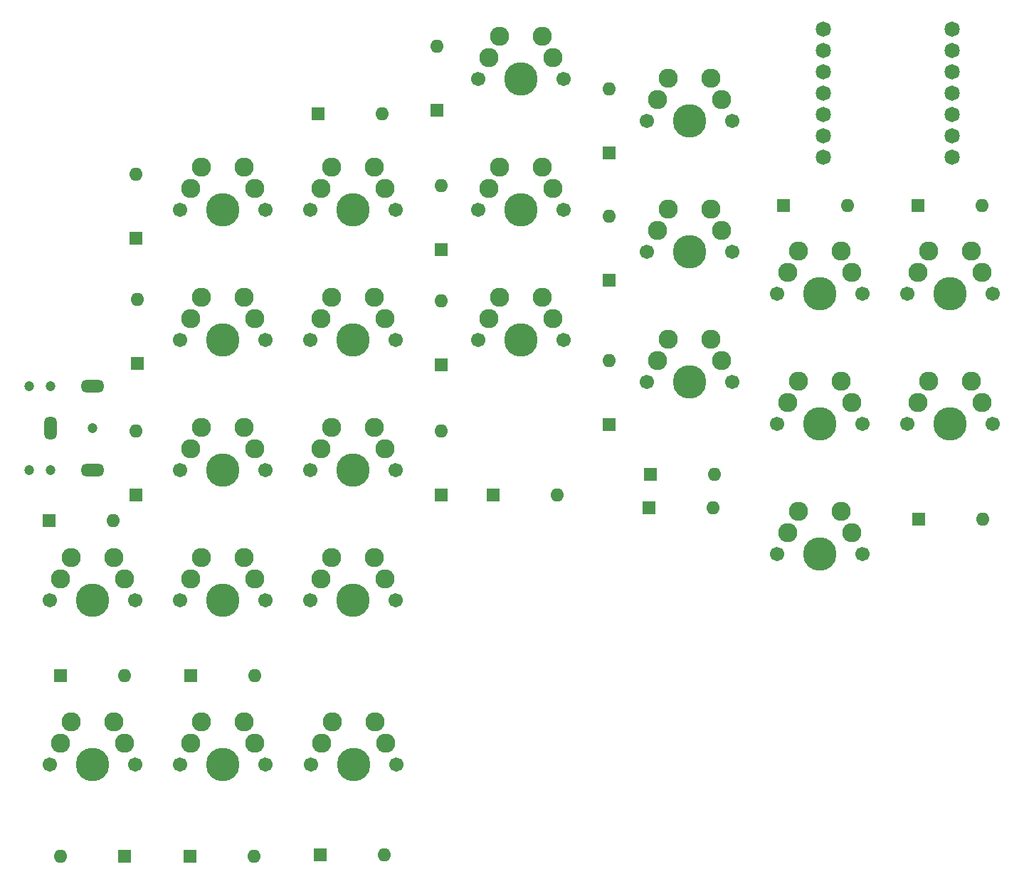
<source format=gbr>
%TF.GenerationSoftware,KiCad,Pcbnew,8.0.1*%
%TF.CreationDate,2024-04-28T21:32:14+02:00*%
%TF.ProjectId,Sword-keyboard,53776f72-642d-46b6-9579-626f6172642e,rev?*%
%TF.SameCoordinates,Original*%
%TF.FileFunction,Soldermask,Top*%
%TF.FilePolarity,Negative*%
%FSLAX46Y46*%
G04 Gerber Fmt 4.6, Leading zero omitted, Abs format (unit mm)*
G04 Created by KiCad (PCBNEW 8.0.1) date 2024-04-28 21:32:14*
%MOMM*%
%LPD*%
G01*
G04 APERTURE LIST*
%ADD10C,1.701800*%
%ADD11C,3.987800*%
%ADD12C,2.286000*%
%ADD13R,1.600000X1.600000*%
%ADD14O,1.600000X1.600000*%
%ADD15C,1.200000*%
%ADD16O,1.512000X2.820000*%
%ADD17O,2.820000X1.512000*%
%ADD18C,1.824000*%
G04 APERTURE END LIST*
D10*
%TO.C,SW13*%
X119420000Y-116000000D03*
D11*
X124500000Y-116000000D03*
D10*
X129580000Y-116000000D03*
D12*
X120690000Y-113460000D03*
X121960000Y-110920000D03*
X127040000Y-110920000D03*
X128310000Y-113460000D03*
%TD*%
D10*
%TO.C,SW12*%
X205920000Y-110500000D03*
D11*
X211000000Y-110500000D03*
D10*
X216080000Y-110500000D03*
D12*
X207190000Y-107960000D03*
X208460000Y-105420000D03*
X213540000Y-105420000D03*
X214810000Y-107960000D03*
%TD*%
D10*
%TO.C,SW22*%
X134960000Y-151080000D03*
D11*
X140040000Y-151080000D03*
D10*
X145120000Y-151080000D03*
D12*
X136230000Y-148540000D03*
X137500000Y-146000000D03*
X142580000Y-146000000D03*
X143850000Y-148540000D03*
%TD*%
D10*
%TO.C,SW4*%
X174920000Y-74500000D03*
D11*
X180000000Y-74500000D03*
D10*
X185080000Y-74500000D03*
D12*
X176190000Y-71960000D03*
X177460000Y-69420000D03*
X182540000Y-69420000D03*
X183810000Y-71960000D03*
%TD*%
D13*
%TO.C,D13*%
X114200000Y-119020000D03*
D14*
X114200000Y-111400000D03*
%TD*%
D13*
%TO.C,D20*%
X105190000Y-140500000D03*
D14*
X112810000Y-140500000D03*
%TD*%
D10*
%TO.C,SW1*%
X119420000Y-85000000D03*
D11*
X124500000Y-85000000D03*
D10*
X129580000Y-85000000D03*
D12*
X120690000Y-82460000D03*
X121960000Y-79920000D03*
X127040000Y-79920000D03*
X128310000Y-82460000D03*
%TD*%
D13*
%TO.C,D14*%
X150500000Y-119010000D03*
D14*
X150500000Y-111390000D03*
%TD*%
D13*
%TO.C,D6*%
X207190000Y-84500000D03*
D14*
X214810000Y-84500000D03*
%TD*%
D13*
%TO.C,D21*%
X120690000Y-140500000D03*
D14*
X128310000Y-140500000D03*
%TD*%
D13*
%TO.C,D8*%
X150500000Y-103520000D03*
D14*
X150500000Y-95900000D03*
%TD*%
D13*
%TO.C,D10*%
X170500000Y-93420000D03*
D14*
X170500000Y-85800000D03*
%TD*%
D10*
%TO.C,SW24*%
X103960000Y-151080000D03*
D11*
X109040000Y-151080000D03*
D10*
X114120000Y-151080000D03*
D12*
X105230000Y-148540000D03*
X106500000Y-146000000D03*
X111580000Y-146000000D03*
X112850000Y-148540000D03*
%TD*%
D13*
%TO.C,D1*%
X114200000Y-88410000D03*
D14*
X114200000Y-80790000D03*
%TD*%
D10*
%TO.C,SW14*%
X134920000Y-116000000D03*
D11*
X140000000Y-116000000D03*
D10*
X145080000Y-116000000D03*
D12*
X136190000Y-113460000D03*
X137460000Y-110920000D03*
X142540000Y-110920000D03*
X143810000Y-113460000D03*
%TD*%
D10*
%TO.C,SW9*%
X154920000Y-85000000D03*
D11*
X160000000Y-85000000D03*
D10*
X165080000Y-85000000D03*
D12*
X156190000Y-82460000D03*
X157460000Y-79920000D03*
X162540000Y-79920000D03*
X163810000Y-82460000D03*
%TD*%
D10*
%TO.C,SW7*%
X119420000Y-100500000D03*
D11*
X124500000Y-100500000D03*
D10*
X129580000Y-100500000D03*
D12*
X120690000Y-97960000D03*
X121960000Y-95420000D03*
X127040000Y-95420000D03*
X128310000Y-97960000D03*
%TD*%
D13*
%TO.C,D15*%
X156690000Y-119000000D03*
D14*
X164310000Y-119000000D03*
%TD*%
D13*
%TO.C,D4*%
X170500000Y-78310000D03*
D14*
X170500000Y-70690000D03*
%TD*%
D13*
%TO.C,D24*%
X112810000Y-162000000D03*
D14*
X105190000Y-162000000D03*
%TD*%
D10*
%TO.C,SW10*%
X174920000Y-90000000D03*
D11*
X180000000Y-90000000D03*
D10*
X185080000Y-90000000D03*
D12*
X176190000Y-87460000D03*
X177460000Y-84920000D03*
X182540000Y-84920000D03*
X183810000Y-87460000D03*
%TD*%
D10*
%TO.C,SW6*%
X205920000Y-95000000D03*
D11*
X211000000Y-95000000D03*
D10*
X216080000Y-95000000D03*
D12*
X207190000Y-92460000D03*
X208460000Y-89920000D03*
X213540000Y-89920000D03*
X214810000Y-92460000D03*
%TD*%
D13*
%TO.C,D19*%
X103880000Y-122000000D03*
D14*
X111500000Y-122000000D03*
%TD*%
D10*
%TO.C,SW11*%
X190420000Y-110500000D03*
D11*
X195500000Y-110500000D03*
D10*
X200580000Y-110500000D03*
D12*
X191690000Y-107960000D03*
X192960000Y-105420000D03*
X198040000Y-105420000D03*
X199310000Y-107960000D03*
%TD*%
D10*
%TO.C,SW17*%
X190420000Y-126000000D03*
D11*
X195500000Y-126000000D03*
D10*
X200580000Y-126000000D03*
D12*
X191690000Y-123460000D03*
X192960000Y-120920000D03*
X198040000Y-120920000D03*
X199310000Y-123460000D03*
%TD*%
D10*
%TO.C,SW5*%
X190420000Y-95000000D03*
D11*
X195500000Y-95000000D03*
D10*
X200580000Y-95000000D03*
D12*
X191690000Y-92460000D03*
X192960000Y-89920000D03*
X198040000Y-89920000D03*
X199310000Y-92460000D03*
%TD*%
D10*
%TO.C,SW21*%
X134920000Y-131500000D03*
D11*
X140000000Y-131500000D03*
D10*
X145080000Y-131500000D03*
D12*
X136190000Y-128960000D03*
X137460000Y-126420000D03*
X142540000Y-126420000D03*
X143810000Y-128960000D03*
%TD*%
D10*
%TO.C,SW2*%
X134920000Y-85000000D03*
D11*
X140000000Y-85000000D03*
D10*
X145080000Y-85000000D03*
D12*
X136190000Y-82460000D03*
X137460000Y-79920000D03*
X142540000Y-79920000D03*
X143810000Y-82460000D03*
%TD*%
D13*
%TO.C,D7*%
X114300000Y-103320000D03*
D14*
X114300000Y-95700000D03*
%TD*%
D13*
%TO.C,D22*%
X136090000Y-161800000D03*
D14*
X143710000Y-161800000D03*
%TD*%
D13*
%TO.C,D12*%
X207290000Y-121900000D03*
D14*
X214910000Y-121900000D03*
%TD*%
D15*
%TO.C,J1*%
X104000000Y-106000000D03*
X101500000Y-106000000D03*
X109000000Y-111000000D03*
X104000000Y-116000000D03*
X101500000Y-116000000D03*
D16*
X104000000Y-111000000D03*
D17*
X109000000Y-116000000D03*
X109000000Y-106000000D03*
%TD*%
D10*
%TO.C,SW15*%
X154920000Y-100500000D03*
D11*
X160000000Y-100500000D03*
D10*
X165080000Y-100500000D03*
D12*
X156190000Y-97960000D03*
X157460000Y-95420000D03*
X162540000Y-95420000D03*
X163810000Y-97960000D03*
%TD*%
D13*
%TO.C,D17*%
X175190000Y-120500000D03*
D14*
X182810000Y-120500000D03*
%TD*%
D10*
%TO.C,SW20*%
X119420000Y-131500000D03*
D11*
X124500000Y-131500000D03*
D10*
X129580000Y-131500000D03*
D12*
X120690000Y-128960000D03*
X121960000Y-126420000D03*
X127040000Y-126420000D03*
X128310000Y-128960000D03*
%TD*%
D13*
%TO.C,D23*%
X120590000Y-162000000D03*
D14*
X128210000Y-162000000D03*
%TD*%
D13*
%TO.C,D16*%
X170500000Y-110620000D03*
D14*
X170500000Y-103000000D03*
%TD*%
D13*
%TO.C,D2*%
X135880000Y-73600000D03*
D14*
X143500000Y-73600000D03*
%TD*%
D10*
%TO.C,SW16*%
X174920000Y-105500000D03*
D11*
X180000000Y-105500000D03*
D10*
X185080000Y-105500000D03*
D12*
X176190000Y-102960000D03*
X177460000Y-100420000D03*
X182540000Y-100420000D03*
X183810000Y-102960000D03*
%TD*%
D18*
%TO.C,U1*%
X196000000Y-63500000D03*
X196000000Y-66040000D03*
X196000000Y-68580000D03*
X196000000Y-71120000D03*
X196000000Y-73660000D03*
X196000000Y-76200000D03*
X196000000Y-78740000D03*
X211250000Y-78740000D03*
X211250000Y-76200000D03*
X211250000Y-73660000D03*
X211250000Y-71120000D03*
X211250000Y-68580000D03*
X211250000Y-66040000D03*
X211250000Y-63500000D03*
%TD*%
D10*
%TO.C,SW19*%
X103920000Y-131500000D03*
D11*
X109000000Y-131500000D03*
D10*
X114080000Y-131500000D03*
D12*
X105190000Y-128960000D03*
X106460000Y-126420000D03*
X111540000Y-126420000D03*
X112810000Y-128960000D03*
%TD*%
D10*
%TO.C,SW3*%
X154920000Y-69500000D03*
D11*
X160000000Y-69500000D03*
D10*
X165080000Y-69500000D03*
D12*
X156190000Y-66960000D03*
X157460000Y-64420000D03*
X162540000Y-64420000D03*
X163810000Y-66960000D03*
%TD*%
D10*
%TO.C,SW23*%
X119460000Y-151080000D03*
D11*
X124540000Y-151080000D03*
D10*
X129620000Y-151080000D03*
D12*
X120730000Y-148540000D03*
X122000000Y-146000000D03*
X127080000Y-146000000D03*
X128350000Y-148540000D03*
%TD*%
D13*
%TO.C,D9*%
X150500000Y-89810000D03*
D14*
X150500000Y-82190000D03*
%TD*%
D13*
%TO.C,D5*%
X191190000Y-84500000D03*
D14*
X198810000Y-84500000D03*
%TD*%
D10*
%TO.C,SW8*%
X134920000Y-100500000D03*
D11*
X140000000Y-100500000D03*
D10*
X145080000Y-100500000D03*
D12*
X136190000Y-97960000D03*
X137460000Y-95420000D03*
X142540000Y-95420000D03*
X143810000Y-97960000D03*
%TD*%
D13*
%TO.C,D3*%
X150000000Y-73210000D03*
D14*
X150000000Y-65590000D03*
%TD*%
D13*
%TO.C,D11*%
X175380000Y-116500000D03*
D14*
X183000000Y-116500000D03*
%TD*%
M02*

</source>
